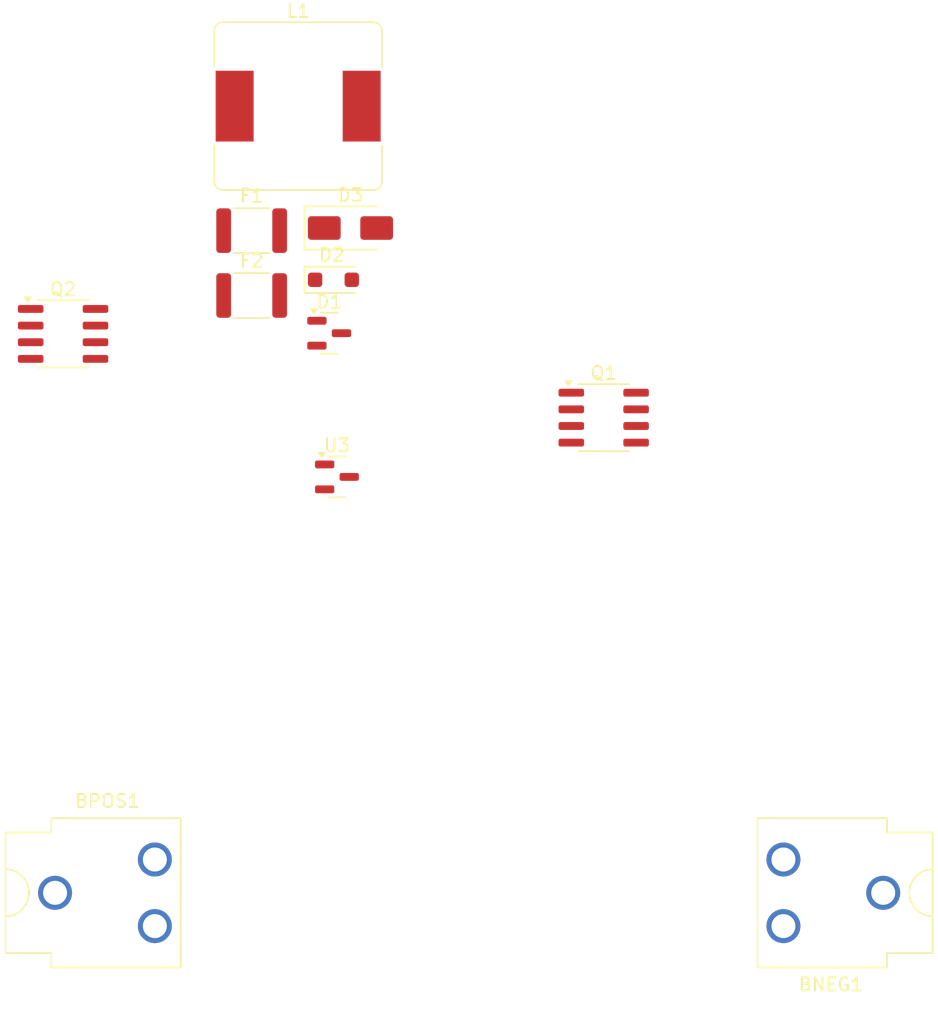
<source format=kicad_pcb>
(kicad_pcb (version 20240108) (generator "pcbnew") (generator_version "8.0")
  (layers (0 "F.Cu" signal) (31 "B.Cu" signal) (34 "B.Paste" user) (35 "F.Paste" user) (36 "B.SilkS" user "B.Silkscreen") (37 "F.SilkS" user "F.Silkscreen") (38 "B.Mask" user) (39 "F.Mask" user) (44 "Edge.Cuts" user))
  (net 0 "")
  (net 1 "Net-(Q1-S-Pad1)")
  (net 2 "Net-(Q1-D-Pad5)")
  (net 20 "Net-(Q2-D-Pad5)")
  (net 21 "Net-(Q2-S-Pad1)")
  (footprint "Inductor_SMD:L_Bourns_SRR1260" (layer "F.Cu") (at 78.8425 41.225)
    (property "Reference" "L1" (at 0 -7.25 0) (layer "F.SilkS"))
    (property "Value" "47 uH")
    (fp_line (start -6.4 -5.75) (end -6.4 -3) (stroke (width 0.12)) (layer "F.SilkS"))
    (fp_line (start -6.4 3) (end -6.4 5.75) (stroke (width 0.12)) (layer "F.SilkS"))
    (fp_line (start -5.75 -6.4) (end 5.75 -6.4) (stroke (width 0.12)) (layer "F.SilkS"))
    (fp_line (start 5.75 6.4) (end -5.75 6.4) (stroke (width 0.12)) (layer "F.SilkS"))
    (fp_line (start 6.4 -5.75) (end 6.4 -3) (stroke (width 0.12)) (layer "F.SilkS"))
    (fp_line (start 6.4 3) (end 6.4 5.75) (stroke (width 0.12)) (layer "F.SilkS"))
    (fp_arc (start -6.4 -5.75) (mid -6.209619 -6.209619) (end -5.75 -6.4) (stroke (width 0.12)) (layer "F.SilkS"))
    (fp_arc (start -5.75 6.4) (mid -6.209619 6.209619) (end -6.4 5.75) (stroke (width 0.12)) (layer "F.SilkS"))
    (fp_arc (start 5.75 -6.4) (mid 6.209619 -6.209619) (end 6.4 -5.75) (stroke (width 0.12)) (layer "F.SilkS"))
    (fp_arc (start 6.4 5.75) (mid 6.209619 6.209619) (end 5.75 6.4) (stroke (width 0.12)) (layer "F.SilkS"))
    (pad "1" smd rect (at -4.85 0) (size 2.9 5.4) (layers "F.Cu" "F.Paste" "F.Mask"))
    (pad "2" smd rect (at 4.85 0) (size 2.9 5.4) (layers "F.Cu" "F.Paste" "F.Mask"))
  )
  (footprint "Battery:BatteryClip_Keystone_54_D16-19mm" (layer "F.Cu") (at 123.52 101.25 180)
    (property "Reference" "BNEG1" (at 4 -7 360) (layer "F.SilkS"))
    (property "Value" "~")
    (fp_line (start 9.6 5.7) (end 9.6 -5.7) (stroke (width 0.12)) (layer "F.SilkS"))
    (fp_line (start 9.6 -5.7) (end -0.28 -5.7) (stroke (width 0.12)) (layer "F.SilkS"))
    (fp_line (start -0.28 5.7) (end 9.6 5.7) (stroke (width 0.12)) (layer "F.SilkS"))
    (fp_line (start -0.28 4.6) (end -0.28 5.7) (stroke (width 0.12)) (layer "F.SilkS"))
    (fp_line (start -0.28 -4.6) (end -3.78 -4.6) (stroke (width 0.12)) (layer "F.SilkS"))
    (fp_line (start -0.28 -5.7) (end -0.28 -4.6) (stroke (width 0.12)) (layer "F.SilkS"))
    (fp_line (start -3.78 4.6) (end -0.28 4.6) (stroke (width 0.12)) (layer "F.SilkS"))
    (fp_line (start -3.78 -4.6) (end -3.78 4.6) (stroke (width 0.12)) (layer "F.SilkS"))
    (fp_arc (start -3.78 -1.8) (mid -1.98 0) (end -3.78 1.8) (stroke (width 0.12)) (layer "F.SilkS"))
    (pad "1" thru_hole circle (at 0 0) (size 2.5908 2.5908) (drill 1.8288) (layers "*.Cu" "*.Mask"))
    (pad "1" thru_hole circle (at 7.62 -2.54) (size 2.5908 2.5908) (drill 1.8288) (layers "*.Cu" "*.Mask"))
    (pad "1" thru_hole circle (at 7.62 2.54) (size 2.5908 2.5908) (drill 1.8288) (layers "*.Cu" "*.Mask"))
  )
  (footprint "Package_TO_SOT_SMD:SOT-23" (layer "F.Cu") (at 81.2125 58.55)
    (property "Reference" "D1" (at 0 -2.4 0) (layer "F.SilkS"))
    (property "Value" "BAT54A")
    (fp_line (start 0 -1.56) (end -0.65 -1.56) (stroke (width 0.12)) (layer "F.SilkS"))
    (fp_line (start 0 -1.56) (end 0.65 -1.56) (stroke (width 0.12)) (layer "F.SilkS"))
    (fp_line (start 0 1.56) (end -0.65 1.56) (stroke (width 0.12)) (layer "F.SilkS"))
    (fp_line (start 0 1.56) (end 0.65 1.56) (stroke (width 0.12)) (layer "F.SilkS"))
    (fp_poly (pts (xy -1.1625 -1.51) (xy -1.4025 -1.84) (xy -0.9225 -1.84) (xy -1.1625 -1.51)) (stroke (width 0.12)) (fill solid) (layer "F.SilkS"))
    (pad "1" smd roundrect (at -0.9375 -0.95) (size 1.475 0.6) (layers "F.Cu" "F.Paste" "F.Mask"))
    (pad "2" smd roundrect (at -0.9375 0.95) (size 1.475 0.6) (layers "F.Cu" "F.Paste" "F.Mask"))
    (pad "3" smd roundrect (at 0.9375 0) (size 1.475 0.6) (layers "F.Cu" "F.Paste" "F.Mask"))
  )
  (footprint "Package_SO:SOIC-8_3.9x4.9mm_P1.27mm" (layer "F.Cu") (at 102.175 64.995)
    (property "Reference" "Q1" (at 0 -3.4 0) (layer "F.SilkS"))
    (property "Value" "FDS9435A")
    (fp_line (start 0 -2.56) (end -1.95 -2.56) (stroke (width 0.12)) (layer "F.SilkS"))
    (fp_line (start 0 -2.56) (end 1.95 -2.56) (stroke (width 0.12)) (layer "F.SilkS"))
    (fp_line (start 0 2.56) (end -1.95 2.56) (stroke (width 0.12)) (layer "F.SilkS"))
    (fp_line (start 0 2.56) (end 1.95 2.56) (stroke (width 0.12)) (layer "F.SilkS"))
    (fp_poly (pts (xy -2.7 -2.465) (xy -2.94 -2.795) (xy -2.46 -2.795) (xy -2.7 -2.465)) (stroke (width 0.12)) (fill solid) (layer "F.SilkS"))
    (pad "1" smd roundrect (at -2.475 -1.905) (size 1.95 0.6) (layers "F.Cu" "F.Paste" "F.Mask") (net 1 "Net-(Q1-S-Pad1)"))
    (pad "2" smd roundrect (at -2.475 -0.635) (size 1.95 0.6) (layers "F.Cu" "F.Paste" "F.Mask") (net 1 "Net-(Q1-S-Pad1)"))
    (pad "3" smd roundrect (at -2.475 0.635) (size 1.95 0.6) (layers "F.Cu" "F.Paste" "F.Mask") (net 1 "Net-(Q1-S-Pad1)"))
    (pad "4" smd roundrect (at -2.475 1.905) (size 1.95 0.6) (layers "F.Cu" "F.Paste" "F.Mask"))
    (pad "5" smd roundrect (at 2.475 1.905) (size 1.95 0.6) (layers "F.Cu" "F.Paste" "F.Mask") (net 2 "Net-(Q1-D-Pad5)"))
    (pad "6" smd roundrect (at 2.475 0.635) (size 1.95 0.6) (layers "F.Cu" "F.Paste" "F.Mask") (net 2 "Net-(Q1-D-Pad5)"))
    (pad "7" smd roundrect (at 2.475 -0.635) (size 1.95 0.6) (layers "F.Cu" "F.Paste" "F.Mask") (net 2 "Net-(Q1-D-Pad5)"))
    (pad "8" smd roundrect (at 2.475 -1.905) (size 1.95 0.6) (layers "F.Cu" "F.Paste" "F.Mask") (net 2 "Net-(Q1-D-Pad5)"))
  )
  (footprint "Package_SO:SOIC-8_3.9x4.9mm_P1.27mm" (layer "F.Cu") (at 60.8925 58.605)
    (property "Reference" "Q2" (at 0 -3.4 0) (layer "F.SilkS"))
    (property "Value" "FDS6675BZ")
    (fp_line (start 0 -2.56) (end -1.95 -2.56) (stroke (width 0.12)) (layer "F.SilkS"))
    (fp_line (start 0 -2.56) (end 1.95 -2.56) (stroke (width 0.12)) (layer "F.SilkS"))
    (fp_line (start 0 2.56) (end -1.95 2.56) (stroke (width 0.12)) (layer "F.SilkS"))
    (fp_line (start 0 2.56) (end 1.95 2.56) (stroke (width 0.12)) (layer "F.SilkS"))
    (fp_poly (pts (xy -2.7 -2.465) (xy -2.94 -2.795) (xy -2.46 -2.795) (xy -2.7 -2.465)) (stroke (width 0.12)) (fill solid) (layer "F.SilkS"))
    (pad "1" smd roundrect (at -2.475 -1.905) (size 1.95 0.6) (layers "F.Cu" "F.Paste" "F.Mask") (net 21 "Net-(Q2-S-Pad1)"))
    (pad "2" smd roundrect (at -2.475 -0.635) (size 1.95 0.6) (layers "F.Cu" "F.Paste" "F.Mask") (net 21 "Net-(Q2-S-Pad1)"))
    (pad "3" smd roundrect (at -2.475 0.635) (size 1.95 0.6) (layers "F.Cu" "F.Paste" "F.Mask") (net 21 "Net-(Q2-S-Pad1)"))
    (pad "4" smd roundrect (at -2.475 1.905) (size 1.95 0.6) (layers "F.Cu" "F.Paste" "F.Mask"))
    (pad "5" smd roundrect (at 2.475 1.905) (size 1.95 0.6) (layers "F.Cu" "F.Paste" "F.Mask") (net 20 "Net-(Q2-D-Pad5)"))
    (pad "6" smd roundrect (at 2.475 0.635) (size 1.95 0.6) (layers "F.Cu" "F.Paste" "F.Mask") (net 20 "Net-(Q2-D-Pad5)"))
    (pad "7" smd roundrect (at 2.475 -0.635) (size 1.95 0.6) (layers "F.Cu" "F.Paste" "F.Mask") (net 20 "Net-(Q2-D-Pad5)"))
    (pad "8" smd roundrect (at 2.475 -1.905) (size 1.95 0.6) (layers "F.Cu" "F.Paste" "F.Mask") (net 20 "Net-(Q2-D-Pad5)"))
  )
  (footprint "Fuse:Fuse_1812_4532Metric" (layer "F.Cu") (at 75.2925 50.725)
    (property "Reference" "F1" (at 0 -2.65 0) (layer "F.SilkS"))
    (property "Value" "0ZCG0110CF2B")
    (fp_line (start -1.386252 -1.71) (end 1.386252 -1.71) (stroke (width 0.12)) (layer "F.SilkS"))
    (fp_line (start -1.386252 1.71) (end 1.386252 1.71) (stroke (width 0.12)) (layer "F.SilkS"))
    (pad "1" smd roundrect (at -2.1375 0) (size 1.125 3.4) (layers "F.Cu" "F.Paste" "F.Mask") (roundrect_rratio 0.222222))
    (pad "2" smd roundrect (at 2.1375 0) (size 1.125 3.4) (layers "F.Cu" "F.Paste" "F.Mask") (roundrect_rratio 0.222222))
  )
  (footprint "Fuse:Fuse_1812_4532Metric" (layer "F.Cu") (at 75.2925 55.675)
    (property "Reference" "F2" (at 0 -2.65 0) (layer "F.SilkS"))
    (property "Value" "0ZCG0110CF2B")
    (fp_line (start -1.386252 -1.71) (end 1.386252 -1.71) (stroke (width 0.12)) (layer "F.SilkS"))
    (fp_line (start -1.386252 1.71) (end 1.386252 1.71) (stroke (width 0.12)) (layer "F.SilkS"))
    (pad "1" smd roundrect (at -2.1375 0) (size 1.125 3.4) (layers "F.Cu" "F.Paste" "F.Mask") (roundrect_rratio 0.222222))
    (pad "2" smd roundrect (at 2.1375 0) (size 1.125 3.4) (layers "F.Cu" "F.Paste" "F.Mask") (roundrect_rratio 0.222222))
  )
  (footprint "Battery:BatteryClip_Keystone_54_D16-19mm" (layer "F.Cu") (at 60.28 101.25)
    (property "Reference" "BPOS1" (at 4 -7 0) (layer "F.SilkS"))
    (property "Value" "~")
    (fp_line (start -3.78 -4.6) (end -3.78 4.6) (stroke (width 0.12)) (layer "F.SilkS"))
    (fp_line (start -3.78 4.6) (end -0.28 4.6) (stroke (width 0.12)) (layer "F.SilkS"))
    (fp_line (start -0.28 -5.7) (end -0.28 -4.6) (stroke (width 0.12)) (layer "F.SilkS"))
    (fp_line (start -0.28 -4.6) (end -3.78 -4.6) (stroke (width 0.12)) (layer "F.SilkS"))
    (fp_line (start -0.28 4.6) (end -0.28 5.7) (stroke (width 0.12)) (layer "F.SilkS"))
    (fp_line (start -0.28 5.7) (end 9.6 5.7) (stroke (width 0.12)) (layer "F.SilkS"))
    (fp_line (start 9.6 -5.7) (end -0.28 -5.7) (stroke (width 0.12)) (layer "F.SilkS"))
    (fp_line (start 9.6 5.7) (end 9.6 -5.7) (stroke (width 0.12)) (layer "F.SilkS"))
    (fp_arc (start -3.78 -1.8) (mid -1.98 0) (end -3.78 1.8) (stroke (width 0.12)) (layer "F.SilkS"))
    (pad "1" thru_hole circle (at 0 0 180) (size 2.5908 2.5908) (drill 1.8288) (layers "*.Cu" "*.Mask"))
    (pad "1" thru_hole circle (at 7.62 -2.54 180) (size 2.5908 2.5908) (drill 1.8288) (layers "*.Cu" "*.Mask"))
    (pad "1" thru_hole circle (at 7.62 2.54 180) (size 2.5908 2.5908) (drill 1.8288) (layers "*.Cu" "*.Mask"))
  )
  (footprint "Diode_SMD:D_SMA" (layer "F.Cu") (at 82.8375 50.525)
    (property "Reference" "D3" (at 0 -2.5 0) (layer "F.SilkS"))
    (property "Value" "SS54 (40V 5A)")
    (fp_line (start -3.51 -1.65) (end -3.51 1.65) (stroke (width 0.12)) (layer "F.SilkS"))
    (fp_line (start -3.51 -1.65) (end 2 -1.65) (stroke (width 0.12)) (layer "F.SilkS"))
    (fp_line (start -3.51 1.65) (end 2 1.65) (stroke (width 0.12)) (layer "F.SilkS"))
    (pad "1" smd roundrect (at -2 0) (size 2.5 1.8) (layers "F.Cu" "F.Paste" "F.Mask") (roundrect_rratio 0.1388888889))
    (pad "2" smd roundrect (at 2 0) (size 2.5 1.8) (layers "F.Cu" "F.Paste" "F.Mask") (roundrect_rratio 0.1388888889))
  )
  (footprint "Diode_SMD:D_SOD-123F" (layer "F.Cu") (at 81.5375 54.475)
    (property "Reference" "D2" (at -0.127 -1.905 0) (layer "F.SilkS"))
    (property "Value" "BZT52C3V9 3.9V")
    (fp_line (start -2.21 -1) (end -2.21 1) (stroke (width 0.12)) (layer "F.SilkS"))
    (fp_line (start -2.21 -1) (end 1.65 -1) (stroke (width 0.12)) (layer "F.SilkS"))
    (fp_line (start -2.21 1) (end 1.65 1) (stroke (width 0.12)) (layer "F.SilkS"))
    (pad "1" smd roundrect (at -1.4 0) (size 1.1 1.1) (layers "F.Cu" "F.Paste" "F.Mask") (roundrect_rratio 0.2272727273))
    (pad "2" smd roundrect (at 1.4 0) (size 1.1 1.1) (layers "F.Cu" "F.Paste" "F.Mask") (roundrect_rratio 0.2272727273))
  )
  (footprint "Package_TO_SOT_SMD:SOT-23" (layer "F.Cu") (at 81.805 69.515)
    (property "Reference" "U3" (at 0 -2.4 0) (layer "F.SilkS"))
    (property "Value" "TCM810")
    (fp_line (start 0 -1.56) (end -0.65 -1.56) (stroke (width 0.12)) (layer "F.SilkS"))
    (fp_line (start 0 -1.56) (end 0.65 -1.56) (stroke (width 0.12)) (layer "F.SilkS"))
    (fp_line (start 0 1.56) (end -0.65 1.56) (stroke (width 0.12)) (layer "F.SilkS"))
    (fp_line (start 0 1.56) (end 0.65 1.56) (stroke (width 0.12)) (layer "F.SilkS"))
    (fp_poly (pts (xy -1.1625 -1.51) (xy -1.4025 -1.84) (xy -0.9225 -1.84) (xy -1.1625 -1.51)) (stroke (width 0.12)) (fill solid) (layer "F.SilkS"))
    (pad "1" smd roundrect (at -0.9375 -0.95) (size 1.475 0.6) (layers "F.Cu" "F.Paste" "F.Mask"))
    (pad "2" smd roundrect (at -0.9375 0.95) (size 1.475 0.6) (layers "F.Cu" "F.Paste" "F.Mask"))
    (pad "3" smd roundrect (at 0.9375 0) (size 1.475 0.6) (layers "F.Cu" "F.Paste" "F.Mask"))
  )
)
</source>
